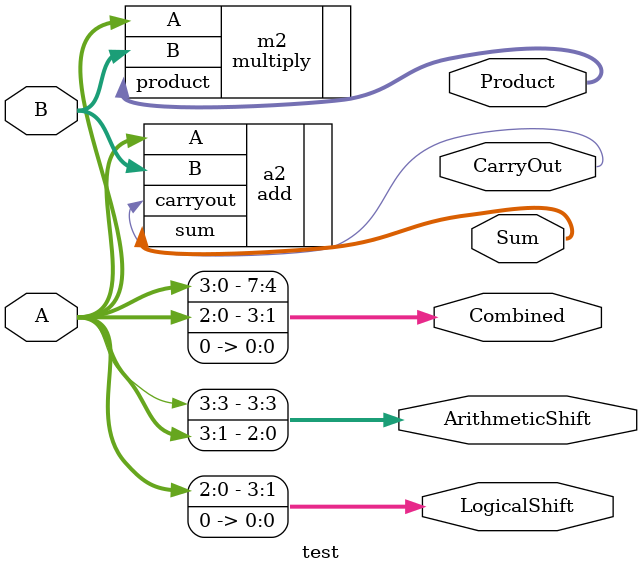
<source format=v>
module test(
   input [3:0] A, B,
	output [3:0] LogicalShift,
	output [3:0] ArithmeticShift,
	output [7:0] Combined,
	output [3:0] Sum,
	output CarryOut,
	output [7:0] Product);
	
	
	//logical shift to the left
	assign LogicalShift = A << 1;
	//arithmetic shift to the right
	assign ArithmeticShift = $signed(A) >>> 1;
	//concatenation of A and Logical Shift result
	assign Combined = {A, LogicalShift};
	//addition
	
	add a2(.A(A), .B(B), .sum(Sum), .carryout(CarryOut));
	
	multiply m2(.A(A), .B(B), .product(Product));
endmodule

</source>
